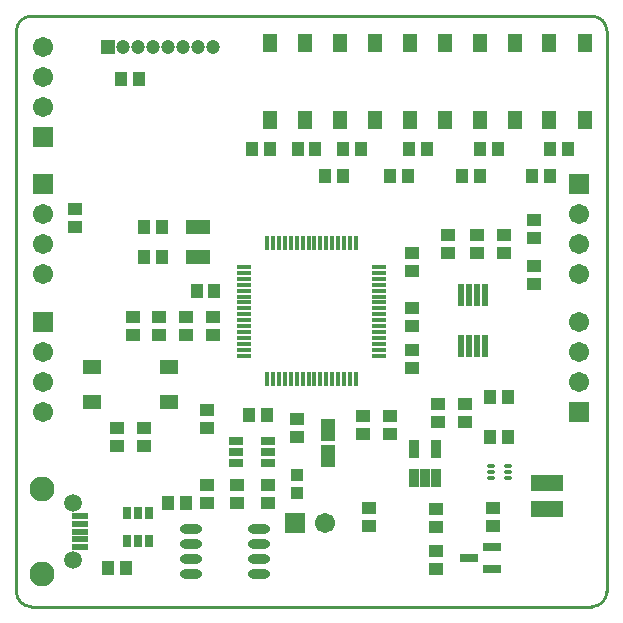
<source format=gts>
G04*
G04 #@! TF.GenerationSoftware,Altium Limited,Altium Designer,22.8.2 (66)*
G04*
G04 Layer_Color=8388736*
%FSLAX25Y25*%
%MOIN*%
G70*
G04*
G04 #@! TF.SameCoordinates,4F58F9C0-C404-4AA8-A12D-09E9B3034F0A*
G04*
G04*
G04 #@! TF.FilePolarity,Negative*
G04*
G01*
G75*
%ADD10C,0.01000*%
%ADD19R,0.02000X0.07700*%
%ADD23R,0.01181X0.04724*%
%ADD24R,0.04724X0.01181*%
%ADD28R,0.02756X0.03937*%
G04:AMPARAMS|DCode=31|XSize=26.38mil|YSize=11.81mil|CornerRadius=1.95mil|HoleSize=0mil|Usage=FLASHONLY|Rotation=0.000|XOffset=0mil|YOffset=0mil|HoleType=Round|Shape=RoundedRectangle|*
%AMROUNDEDRECTD31*
21,1,0.02638,0.00791,0,0,0.0*
21,1,0.02248,0.01181,0,0,0.0*
1,1,0.00390,0.01124,-0.00396*
1,1,0.00390,-0.01124,-0.00396*
1,1,0.00390,-0.01124,0.00396*
1,1,0.00390,0.01124,0.00396*
%
%ADD31ROUNDEDRECTD31*%
%ADD36R,0.06312X0.05131*%
%ADD37R,0.04737X0.03950*%
%ADD38R,0.05131X0.06312*%
%ADD39R,0.03950X0.04737*%
%ADD40R,0.07887X0.04737*%
%ADD41R,0.05721X0.02375*%
%ADD42O,0.07493X0.03162*%
%ADD43R,0.06312X0.03162*%
%ADD44R,0.04343X0.04343*%
%ADD45R,0.10642X0.05524*%
%ADD46R,0.03556X0.05918*%
%ADD47R,0.04737X0.03162*%
%ADD48R,0.05131X0.07493*%
%ADD49C,0.06706*%
%ADD50R,0.06706X0.06706*%
%ADD51C,0.04737*%
%ADD52R,0.04737X0.04737*%
%ADD53C,0.08280*%
%ADD54C,0.05918*%
%ADD55R,0.06706X0.06706*%
D10*
X290500Y407850D02*
G03*
X285500Y402850I0J-5000D01*
G01*
X482350Y402850D02*
G03*
X477350Y407850I-5000J0D01*
G01*
X477350Y211000D02*
G03*
X482350Y216000I0J5000D01*
G01*
X285500Y216000D02*
G03*
X290500Y211000I5000J0D01*
G01*
X285500Y216000D02*
X285500Y402850D01*
X290500Y407850D02*
X477350Y407850D01*
X482350Y216000D02*
X482350Y402850D01*
X290500Y211000D02*
X477350Y211000D01*
D19*
X433856Y314794D02*
D03*
X436456D02*
D03*
X439056D02*
D03*
X441656D02*
D03*
Y297994D02*
D03*
X439056D02*
D03*
X436456D02*
D03*
X433856D02*
D03*
D23*
X369130Y332087D02*
D03*
X371098D02*
D03*
X373067D02*
D03*
X375035D02*
D03*
X377004D02*
D03*
X378972D02*
D03*
X380941D02*
D03*
X382909D02*
D03*
X384878D02*
D03*
X386846D02*
D03*
X388815D02*
D03*
X390783D02*
D03*
X392752D02*
D03*
X394720D02*
D03*
X396689D02*
D03*
X398657D02*
D03*
Y286811D02*
D03*
X396689D02*
D03*
X394720D02*
D03*
X392752D02*
D03*
X390783D02*
D03*
X388815D02*
D03*
X386846D02*
D03*
X384878D02*
D03*
X382909D02*
D03*
X380941D02*
D03*
X378972D02*
D03*
X377004D02*
D03*
X375035D02*
D03*
X373067D02*
D03*
X371098D02*
D03*
X369130D02*
D03*
D24*
X406531Y324213D02*
D03*
Y322244D02*
D03*
Y320276D02*
D03*
Y318307D02*
D03*
Y316339D02*
D03*
Y314370D02*
D03*
Y312402D02*
D03*
Y310433D02*
D03*
Y308465D02*
D03*
Y306496D02*
D03*
Y304528D02*
D03*
Y302559D02*
D03*
Y300590D02*
D03*
Y298622D02*
D03*
Y296654D02*
D03*
Y294685D02*
D03*
X361256D02*
D03*
Y296654D02*
D03*
Y298622D02*
D03*
Y300590D02*
D03*
Y302559D02*
D03*
Y304528D02*
D03*
Y306496D02*
D03*
Y308465D02*
D03*
Y310433D02*
D03*
Y312402D02*
D03*
Y314370D02*
D03*
Y316339D02*
D03*
Y318307D02*
D03*
Y320276D02*
D03*
Y322244D02*
D03*
Y324213D02*
D03*
D28*
X322260Y232776D02*
D03*
X326000D02*
D03*
X329740D02*
D03*
Y242224D02*
D03*
X326000D02*
D03*
X322260D02*
D03*
D31*
X449413Y257968D02*
D03*
Y256000D02*
D03*
Y254031D02*
D03*
X443587D02*
D03*
Y256000D02*
D03*
Y257968D02*
D03*
D36*
X310705Y290905D02*
D03*
X336295D02*
D03*
X310705Y279095D02*
D03*
X336295D02*
D03*
D37*
X359000Y251453D02*
D03*
Y245547D02*
D03*
X458000Y324500D02*
D03*
Y318595D02*
D03*
X369500Y251453D02*
D03*
Y245547D02*
D03*
X328000Y264547D02*
D03*
Y270453D02*
D03*
X417256Y296394D02*
D03*
Y290488D02*
D03*
Y310394D02*
D03*
Y304488D02*
D03*
X417500Y328953D02*
D03*
Y323047D02*
D03*
X429500Y334953D02*
D03*
Y329047D02*
D03*
X439000Y334953D02*
D03*
Y329047D02*
D03*
X448000Y334953D02*
D03*
Y329047D02*
D03*
X305000Y337547D02*
D03*
Y343453D02*
D03*
X458000Y339953D02*
D03*
Y334047D02*
D03*
X349000Y251453D02*
D03*
Y245547D02*
D03*
X435000Y272500D02*
D03*
Y278405D02*
D03*
X425500Y243453D02*
D03*
Y237547D02*
D03*
Y229500D02*
D03*
Y223594D02*
D03*
X324250Y301642D02*
D03*
Y307547D02*
D03*
X333189Y301642D02*
D03*
Y307547D02*
D03*
X342129Y301642D02*
D03*
Y307547D02*
D03*
X351068Y301642D02*
D03*
Y307547D02*
D03*
X319000Y264547D02*
D03*
Y270453D02*
D03*
X349000Y276406D02*
D03*
Y270500D02*
D03*
X379000Y273453D02*
D03*
Y267547D02*
D03*
X444500Y238047D02*
D03*
Y243953D02*
D03*
X403000Y238047D02*
D03*
Y243953D02*
D03*
X410000Y274406D02*
D03*
Y268500D02*
D03*
X401000Y274453D02*
D03*
Y268547D02*
D03*
X426000Y278405D02*
D03*
Y272500D02*
D03*
D38*
X475000Y398795D02*
D03*
Y373205D02*
D03*
X463189Y398795D02*
D03*
Y373205D02*
D03*
X451703Y398795D02*
D03*
Y373205D02*
D03*
X439892Y398795D02*
D03*
Y373205D02*
D03*
X416595D02*
D03*
Y398795D02*
D03*
X428406Y373205D02*
D03*
Y398795D02*
D03*
X405108D02*
D03*
Y373205D02*
D03*
X393297Y398795D02*
D03*
Y373205D02*
D03*
X370000D02*
D03*
Y398795D02*
D03*
X381811Y373205D02*
D03*
Y398795D02*
D03*
D39*
X364047Y363500D02*
D03*
X369953D02*
D03*
X388547Y354500D02*
D03*
X394453D02*
D03*
X410000D02*
D03*
X415906D02*
D03*
X434047D02*
D03*
X439953D02*
D03*
X457547D02*
D03*
X463453D02*
D03*
X345563Y316142D02*
D03*
X351468D02*
D03*
X326453Y387000D02*
D03*
X320547D02*
D03*
X322000Y224000D02*
D03*
X316094D02*
D03*
X368953Y275000D02*
D03*
X363047D02*
D03*
X449453Y267500D02*
D03*
X443547D02*
D03*
X463500Y363500D02*
D03*
X469406D02*
D03*
X440000D02*
D03*
X445905D02*
D03*
X416500D02*
D03*
X422405D02*
D03*
X394500D02*
D03*
X400406D02*
D03*
X328063Y337642D02*
D03*
X333968D02*
D03*
X328063Y327642D02*
D03*
X333968D02*
D03*
X379274Y363500D02*
D03*
X385179D02*
D03*
X336024Y245488D02*
D03*
X341929D02*
D03*
X443547Y281000D02*
D03*
X449453D02*
D03*
D40*
X345969Y327642D02*
D03*
Y337484D02*
D03*
D41*
X306598Y230882D02*
D03*
Y233441D02*
D03*
Y236000D02*
D03*
Y238559D02*
D03*
Y241118D02*
D03*
D42*
X343583Y237000D02*
D03*
Y232000D02*
D03*
Y227000D02*
D03*
Y222000D02*
D03*
X366417Y237000D02*
D03*
Y232000D02*
D03*
Y227000D02*
D03*
Y222000D02*
D03*
D43*
X436520Y227240D02*
D03*
X444000Y230980D02*
D03*
Y223500D02*
D03*
D44*
X379000Y249047D02*
D03*
Y254953D02*
D03*
D45*
X462500Y252331D02*
D03*
Y243669D02*
D03*
D46*
X418000Y254051D02*
D03*
X421740D02*
D03*
X425480D02*
D03*
Y263500D02*
D03*
X418000D02*
D03*
D47*
X358685Y258760D02*
D03*
Y262500D02*
D03*
Y266240D02*
D03*
X369315D02*
D03*
Y262500D02*
D03*
Y258760D02*
D03*
D48*
X389500Y261169D02*
D03*
Y269831D02*
D03*
D49*
X294500Y397500D02*
D03*
Y387500D02*
D03*
Y377500D02*
D03*
Y276000D02*
D03*
Y286000D02*
D03*
Y296000D02*
D03*
X473000Y322000D02*
D03*
Y332000D02*
D03*
Y342000D02*
D03*
X294500Y322000D02*
D03*
Y332000D02*
D03*
Y342000D02*
D03*
X473000Y306000D02*
D03*
Y296000D02*
D03*
Y286000D02*
D03*
X388500Y239000D02*
D03*
D50*
X294500Y367500D02*
D03*
Y306000D02*
D03*
X473000Y352000D02*
D03*
X294500D02*
D03*
X473000Y276000D02*
D03*
D51*
X351000Y397500D02*
D03*
X346000D02*
D03*
X341000D02*
D03*
X336000D02*
D03*
X331000D02*
D03*
X326000D02*
D03*
X321000D02*
D03*
D52*
X316000D02*
D03*
D53*
X294000Y221728D02*
D03*
Y250272D02*
D03*
D54*
X304551Y226453D02*
D03*
Y245547D02*
D03*
D55*
X378500Y239000D02*
D03*
M02*

</source>
